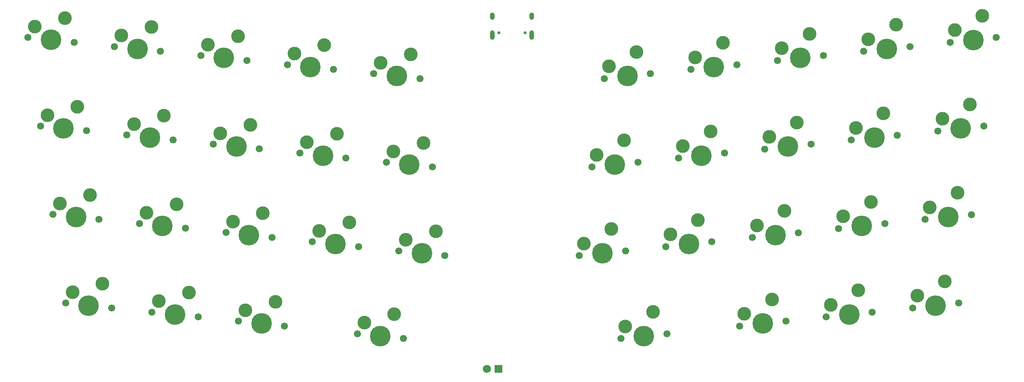
<source format=gbr>
%TF.GenerationSoftware,KiCad,Pcbnew,9.0.2*%
%TF.CreationDate,2025-09-05T14:25:20+08:00*%
%TF.ProjectId,LittleWing,4c697474-6c65-4576-996e-672e6b696361,rev?*%
%TF.SameCoordinates,Original*%
%TF.FileFunction,Soldermask,Top*%
%TF.FilePolarity,Negative*%
%FSLAX46Y46*%
G04 Gerber Fmt 4.6, Leading zero omitted, Abs format (unit mm)*
G04 Created by KiCad (PCBNEW 9.0.2) date 2025-09-05 14:25:20*
%MOMM*%
%LPD*%
G01*
G04 APERTURE LIST*
%ADD10R,1.800000X1.800000*%
%ADD11C,1.800000*%
%ADD12C,1.550000*%
%ADD13C,3.000000*%
%ADD14C,4.530000*%
%ADD15C,0.650000*%
%ADD16O,1.000000X1.600000*%
%ADD17O,1.000000X2.100000*%
G04 APERTURE END LIST*
D10*
X164706784Y-164693422D03*
D11*
X162166784Y-164693422D03*
D12*
X216917499Y-97888719D03*
D13*
X213860409Y-93102050D03*
D14*
X211865328Y-98419724D03*
D13*
X207810697Y-96291892D03*
D12*
X206813157Y-98950729D03*
X152937499Y-139840729D03*
D13*
X150942418Y-134523055D03*
D14*
X147885328Y-139309724D03*
D13*
X144361702Y-136385385D03*
D12*
X142833157Y-138778719D03*
X192487499Y-138778719D03*
D13*
X189430409Y-133992050D03*
D14*
X187435328Y-139309724D03*
D13*
X183380697Y-137181892D03*
D12*
X182383157Y-139840729D03*
X128517499Y-98950729D03*
D13*
X126522418Y-93633055D03*
D14*
X123465328Y-98419724D03*
D13*
X119941702Y-95495385D03*
D12*
X118413157Y-97888719D03*
X201587499Y-156968719D03*
D13*
X198530409Y-152182050D03*
D14*
X196535328Y-157499724D03*
D13*
X192480697Y-155371892D03*
D12*
X191483157Y-158030729D03*
X227647499Y-154228719D03*
D13*
X224590409Y-149442050D03*
D14*
X222595328Y-154759724D03*
D13*
X218540697Y-152631892D03*
D12*
X217543157Y-155290729D03*
X195247499Y-119328719D03*
D13*
X192190409Y-114542050D03*
D14*
X190195328Y-119859724D03*
D13*
X186140697Y-117731892D03*
D12*
X185143157Y-120390729D03*
X79918955Y-151324427D03*
D13*
X77923874Y-146006753D03*
D14*
X74866784Y-150793422D03*
D13*
X71343158Y-147869083D03*
D12*
X69814613Y-150262417D03*
X235877499Y-95898719D03*
D13*
X232820409Y-91112050D03*
D14*
X230825328Y-96429724D03*
D13*
X226770697Y-94301892D03*
D12*
X225773157Y-96960729D03*
X246572499Y-152246769D03*
D13*
X243515409Y-147460100D03*
D14*
X241520328Y-152777774D03*
D13*
X237465697Y-150649942D03*
D12*
X236468157Y-153308779D03*
X233127499Y-115358719D03*
D13*
X230070409Y-110572050D03*
D14*
X228075328Y-115889724D03*
D13*
X224020697Y-113761892D03*
D12*
X223023157Y-116420729D03*
X117797499Y-155290729D03*
D13*
X115802418Y-149973055D03*
D14*
X112745328Y-154759724D03*
D13*
X109221702Y-151835385D03*
D12*
X107693157Y-154228719D03*
X214197499Y-117338719D03*
D13*
X211140409Y-112552050D03*
D14*
X209145328Y-117869724D03*
D13*
X205090697Y-115741892D03*
D12*
X204093157Y-118400729D03*
X98867499Y-153290729D03*
D13*
X96872418Y-147973055D03*
D14*
X93815328Y-152759724D03*
D13*
X90291702Y-149835385D03*
D12*
X88763157Y-152228719D03*
X265518955Y-150262417D03*
D13*
X262461865Y-145475748D03*
D14*
X260466784Y-150793422D03*
D13*
X256412153Y-148665590D03*
D12*
X255414613Y-151324427D03*
X271027499Y-111378719D03*
D13*
X267970409Y-106592050D03*
D14*
X265975328Y-111909724D03*
D13*
X261920697Y-109781892D03*
D12*
X260923157Y-112440729D03*
D15*
X164776784Y-90858422D03*
X170556784Y-90858422D03*
D16*
X163346784Y-87208422D03*
D17*
X163346784Y-91388422D03*
D16*
X171986784Y-87208422D03*
D17*
X171986784Y-91388422D03*
D12*
X273747499Y-91928719D03*
D13*
X270690409Y-87142050D03*
D14*
X268695328Y-92459724D03*
D13*
X264640697Y-90331892D03*
D12*
X263643157Y-92990729D03*
X77157499Y-131860729D03*
D13*
X75162418Y-126543055D03*
D14*
X72105328Y-131329724D03*
D13*
X68581702Y-128405385D03*
D12*
X67053157Y-130798719D03*
X90627499Y-94970729D03*
D13*
X88632418Y-89653055D03*
D14*
X85575328Y-94439724D03*
D13*
X82051702Y-91515385D03*
D12*
X80523157Y-93908719D03*
X211437499Y-136788719D03*
D13*
X208380409Y-132002050D03*
D14*
X206385328Y-137319724D03*
D13*
X202330697Y-135191892D03*
D12*
X201333157Y-137850729D03*
X133997499Y-137850729D03*
D13*
X132002418Y-132533055D03*
D14*
X128945328Y-137319724D03*
D13*
X125421702Y-134395385D03*
D12*
X123893157Y-136788719D03*
X150207499Y-120390729D03*
D13*
X148212418Y-115073055D03*
D14*
X145155328Y-119859724D03*
D13*
X141631702Y-116935385D03*
D12*
X140103157Y-119328719D03*
X93367499Y-114410729D03*
D13*
X91372418Y-109093055D03*
D14*
X88315328Y-113879724D03*
D13*
X84791702Y-110955385D03*
D12*
X83263157Y-113348719D03*
X230397499Y-134798719D03*
D13*
X227340409Y-130012050D03*
D14*
X225345328Y-135329724D03*
D13*
X221290697Y-133201892D03*
D12*
X220293157Y-135860729D03*
X197967499Y-99878719D03*
D13*
X194910409Y-95092050D03*
D14*
X192915328Y-100409724D03*
D13*
X188860697Y-98281892D03*
D12*
X187863157Y-100940729D03*
X131257499Y-118400729D03*
D13*
X129262418Y-113083055D03*
D14*
X126205328Y-117869724D03*
D13*
X122681702Y-114945385D03*
D12*
X121153157Y-117338719D03*
X252077499Y-113368719D03*
D13*
X249020409Y-108582050D03*
D14*
X247025328Y-113899724D03*
D13*
X242970697Y-111771892D03*
D12*
X241973157Y-114430729D03*
X96107499Y-133850729D03*
D13*
X94112418Y-128533055D03*
D14*
X91055328Y-133319724D03*
D13*
X87531702Y-130395385D03*
D12*
X86003157Y-132788719D03*
X109567499Y-96960729D03*
D13*
X107572418Y-91643055D03*
D14*
X104515328Y-96429724D03*
D13*
X100991702Y-93505385D03*
D12*
X99463157Y-95898719D03*
X254817499Y-93918719D03*
D13*
X251760409Y-89132050D03*
D14*
X249765328Y-94449724D03*
D13*
X245710697Y-92321892D03*
D12*
X244713157Y-94980729D03*
X112307499Y-116400729D03*
D13*
X110312418Y-111083055D03*
D14*
X107255328Y-115869724D03*
D13*
X103731702Y-112945385D03*
D12*
X102203157Y-115338719D03*
X268277499Y-130818719D03*
D13*
X265220409Y-126032050D03*
D14*
X263225328Y-131349724D03*
D13*
X259170697Y-129221892D03*
D12*
X258173157Y-131880729D03*
X74417499Y-112420729D03*
D13*
X72422418Y-107103055D03*
D14*
X69365328Y-111889724D03*
D13*
X65841702Y-108965385D03*
D12*
X64313157Y-111358719D03*
X249327499Y-132808719D03*
D13*
X246270409Y-128022050D03*
D14*
X244275328Y-133339724D03*
D13*
X240220697Y-131211892D03*
D12*
X239223157Y-133870729D03*
X147457499Y-100940729D03*
D13*
X145462418Y-95623055D03*
D14*
X142405328Y-100409724D03*
D13*
X138881702Y-97485385D03*
D12*
X137353157Y-99878719D03*
X71677499Y-92980729D03*
D13*
X69682418Y-87663055D03*
D14*
X66625328Y-92449724D03*
D13*
X63101702Y-89525385D03*
D12*
X61573157Y-91918719D03*
X115057499Y-135840729D03*
D13*
X113062418Y-130523055D03*
D14*
X110005328Y-135309724D03*
D13*
X106481702Y-132385385D03*
D12*
X104953157Y-134778719D03*
X143847499Y-158040729D03*
D13*
X141852418Y-152723055D03*
D14*
X138795328Y-157509724D03*
D13*
X135271702Y-154585385D03*
D12*
X133743157Y-156978719D03*
M02*

</source>
